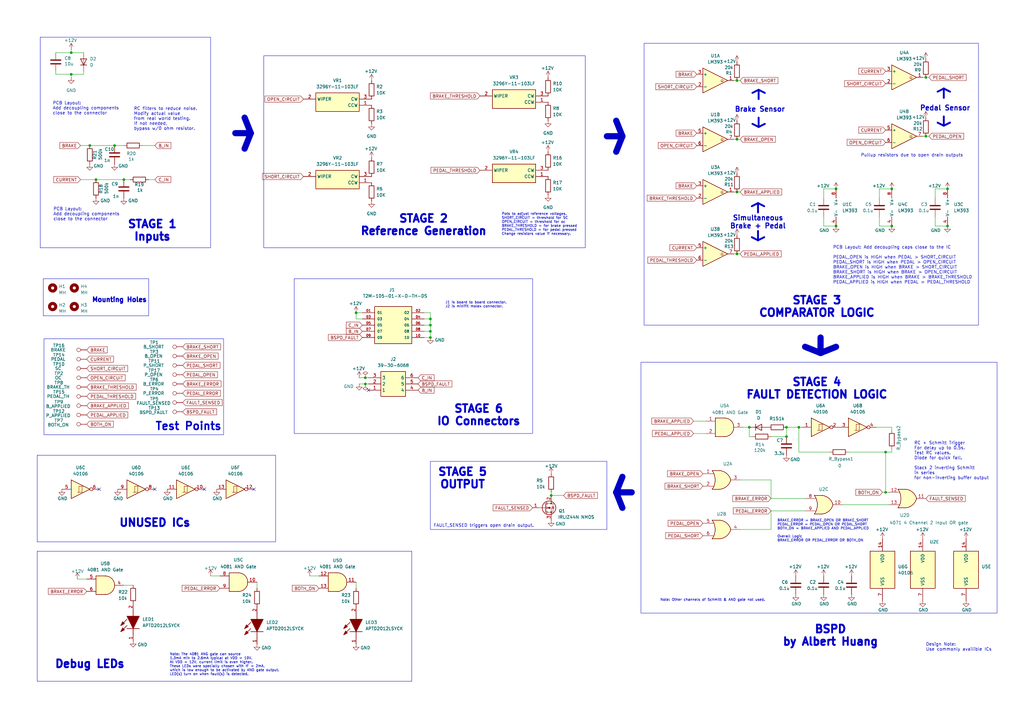
<source format=kicad_sch>
(kicad_sch (version 20250114) (generator "eeschema") (generator_version "9.0")
  (paper "A3")
  (rectangle (start 17.78 114.3) (end 60.96 129.54))
  (rectangle (start 176.53 189.23) (end 248.92 217.17))
  (rectangle (start 16.51 15.24) (end 86.36 101.6))
  (rectangle (start 264.16 17.78) (end 401.32 133.35))
  (rectangle (start 108.204 22.86) (end 240.03 101.6))
  (rectangle (start 262.89 148.59) (end 408.94 251.46))
  (rectangle (start 15.24 186.69) (end 113.03 222.25))
  (rectangle (start 18.034 138.938) (end 91.694 178.308))
  (rectangle (start 120.65 114.3) (end 218.44 177.8))
  (rectangle (start 15.24 226.06) (end 168.91 279.4))
  (text "STAGE 2\nReference Generation" (at 173.736 96.774 0) (effects (font (size 3.175 3.175) (thickness 0.762) (bold yes)) (justify bottom)))
  (text "STAGE 3\nCOMPARATOR LOGIC" (at 335.026 130.302 0) (effects (font (size 3.175 3.175) (thickness 0.762) (bold yes)) (justify bottom)))
  (text "Mounting Holes" (at 37.592 124.206 0) (effects (font (size 1.905 1.905) (thickness 0.635) (bold yes)) (justify left bottom)))
  (text "J1 is board to board connector.\nJ2 is minifit molex connector." (at 182.626 124.968 0) (effects (font (size 1.016 1.016)) (justify left)))
  (text "RC filters to reduce noise.\nModify actual value \nfrom real world testing.\nIf not needed, \nbypass w/0 ohm resistor." (at 54.864 48.768 0) (effects (font (size 1.27 1.27)) (justify left)))
  (text "PCB Layout: \nAdd decoupling components\nclose to the connector" (at 21.59 44.45 0) (effects (font (size 1.27 1.27)) (justify left)))
  (text "STAGE 6\nIO Connectors" (at 196.342 174.752 0) (effects (font (size 3.175 3.175) (thickness 0.762) (bold yes)) (justify bottom)))
  (text "Note: Other channels of Schmitt & AND gate not used." (at 270.764 246.126 0) (effects (font (size 1.016 1.016)) (justify left)))
  (text "Pedal Sensor" (at 377.19 44.45 0) (effects (font (size 2.032 2.032) (thickness 0.4064) (bold yes)) (justify left)))
  (text "STAGE 1\nInputs" (at 62.484 99.06 0) (effects (font (size 3.175 3.175) (thickness 0.762) (bold yes)) (justify bottom)))
  (text "UNUSED ICs" (at 63.5 216.408 0) (effects (font (size 3.175 3.175) (thickness 0.762) (bold yes)) (justify bottom)))
  (text "BRAKE_ERROR = BRAKE_OPEN OR BRAKE_SHORT\nPEDAL_ERROR = PEDAL_OPEN OR PEDAL_SHORT\nBOTH_ON = BRAKE_APPLIED AND PEDAL_APPLIED\n\nOverall Logic\nBRAKE_ERROR OR PEDAL_ERROR OR BOTH_ON" (at 318.77 217.678 0) (effects (font (size 1.016 1.016)) (justify left)))
  (text "Pots to adjust reference voltages.\nSHORT_CIRCUIT = threshold for SC\nOPEN_CIRCUIT = threshold for oc\nBRAKE_THRESHOLD = for brake pressed\nPEDAL_THRESHOLD = for pedal pressed\nChange resistors value if necessary." (at 205.74 91.948 0) (effects (font (size 1.016 1.016)) (justify left)))
  (text "Note: The 4081 ANG gate can source \n1.3mA min to 2.6mA typical at VDD = 10V.\nAt VDD = 12V, current limit is even higher.\nThese LEDs were specially chosen with IF = 2mA,\nwhich is low enough to be activated by AND gate output.\nLED(s) turn on when fault(s) is detected." (at 69.596 272.542 0) (effects (font (size 1.016 1.016)) (justify left)))
  (text "Debug LEDs" (at 36.83 274.32 0) (effects (font (size 3.175 3.175) (thickness 0.762) (bold yes)) (justify bottom)))
  (text "RC + Schmitt Trigger\nFor delay up to 0.5s.\nTest RC values.\nDiode for quick fall.\n\nStack 2 inverting Schmitt \nin series \nfor non-inverting buffer output" (at 374.904 188.976 0) (effects (font (size 1.27 1.27)) (justify left)))
  (text "Test Points" (at 63.5 176.784 0) (effects (font (size 3.175 3.175) (thickness 0.635) (bold yes)) (justify left bottom)))
  (text "STAGE 4\nFAULT DETECTION LOGIC" (at 335.026 163.83 0) (effects (font (size 3.175 3.175) (thickness 0.762) (bold yes)) (justify bottom)))
  (text "STAGE 5\nOUTPUT" (at 189.738 200.66 0) (effects (font (size 3.175 3.175) (thickness 0.762) (bold yes)) (justify bottom)))
  (text "PCB Layout: Add decoupling caps close to the IC\n\nPEDAL_OPEN is HIGH when PEDAL > SHORT_CIRCUIT\nPEDAL_SHORT is HIGH when PEDAL > OPEN_CIRCUIT\nBRAKE_OPEN is HIGH when BRAKE > SHORT_CIRCUIT\nBRAKE_SHORT is HIGH when BRAKE > OPEN_CIRCUIT\nBRAKE_APPLIED is HIGH when BRAKE > BRAKE_THRESHOLD\nPEDAL_APPLIED is HIGH when PEDAL > PEDAL_THRESHOLD" (at 341.63 108.712 0) (effects (font (size 1.27 1.27)) (justify left)))
  (text "Pullup resistors due to open drain outputs" (at 353.06 63.754 0) (effects (font (size 1.27 1.27)) (justify left)))
  (text "Design Note:\nUse commonly availible ICs" (at 379.73 265.43 0) (effects (font (size 1.27 1.27)) (justify left)))
  (text "FAULT_SENSED triggers open drain output." (at 177.8 215.646 0) (effects (font (size 1.27 1.27)) (justify left)))
  (text "Brake Sensor" (at 301.244 44.958 0) (effects (font (size 2.032 2.032) (thickness 0.4064) (bold yes)) (justify left)))
  (text "BSPD\nby Albert Huang" (at 340.614 265.176 0) (effects (font (size 3.175 3.175) (thickness 0.762) (bold yes)) (justify bottom)))
  (text "Simultaneous\nBrake + Pedal" (at 310.896 91.186 0) (effects (font (size 2.032 2.032) (thickness 0.4064) (bold yes))))
  (text "PCB Layout: \nAdd decoupling components\nclose to the connector" (at 21.844 87.884 0) (effects (font (size 1.27 1.27)) (justify left)))
  (junction (at 176.53 135.89))
  (junction (at 307.34 175.26))
  (junction (at 146.05 128.27))
  (junction (at 302.26 57.15))
  (junction (at 363.22 185.42))
  (junction (at 302.26 78.74))
  (junction (at 50.8 73.66))
  (junction (at 36.83 59.69))
  (junction (at 302.26 33.02))
  (junction (at 363.22 201.93))
  (junction (at 176.53 130.81))
  (junction (at 365.76 92.71))
  (junction (at 149.86 157.48))
  (junction (at 342.9 77.47))
  (junction (at 29.21 21.59))
  (junction (at 342.9 92.71))
  (junction (at 322.58 175.26))
  (junction (at 226.06 203.2))
  (junction (at 302.26 104.14))
  (junction (at 322.58 179.07))
  (junction (at 176.53 138.43))
  (junction (at 379.73 55.88))
  (junction (at 176.53 133.35))
  (junction (at 388.62 92.71))
  (junction (at 365.76 77.47))
  (junction (at 29.21 30.48))
  (junction (at 379.73 31.75))
  (junction (at 327.66 175.26))
  (junction (at 149.86 154.94))
  (junction (at 46.99 59.69))
  (junction (at 39.37 73.66))
  (junction (at 388.62 77.47))
  (no_connect (at 104.14 200.66))
  (no_connect (at 63.5 200.66))
  (no_connect (at 83.82 200.66))
  (no_connect (at 151.13 160.02))
  (no_connect (at 40.64 200.66))
  (wire (pts (xy 173.99 135.89) (xy 176.53 135.89)))
  (wire (pts (xy 34.29 29.21) (xy 34.29 30.48)))
  (wire (pts (xy 322.58 179.07) (xy 316.23 179.07)))
  (polyline (pts (xy 311.15 36.83) (xy 308.61 38.1)) (stroke (width 0.762)))
  (wire (pts (xy 337.82 81.28) (xy 337.82 77.47)))
  (wire (pts (xy 303.53 33.02) (xy 302.26 33.02)))
  (polyline (pts (xy 311.15 48.26) (xy 311.15 52.07)) (stroke (width 0.762)))
  (wire (pts (xy 50.8 240.03) (xy 54.61 240.03)))
  (wire (pts (xy 60.96 73.66) (xy 63.5 73.66)))
  (wire (pts (xy 284.48 172.72) (xy 289.56 172.72)))
  (wire (pts (xy 39.37 73.66) (xy 50.8 73.66)))
  (polyline (pts (xy 310.896 83.312) (xy 308.356 84.582)) (stroke (width 0.762)))
  (wire (pts (xy 33.02 73.66) (xy 39.37 73.66)))
  (wire (pts (xy 149.86 154.94) (xy 151.13 154.94)))
  (wire (pts (xy 29.21 30.48) (xy 22.86 30.48)))
  (wire (pts (xy 322.58 175.26) (xy 322.58 179.07)))
  (wire (pts (xy 327.66 185.42) (xy 327.66 175.26)))
  (polyline (pts (xy 310.896 98.552) (xy 313.436 97.282)) (stroke (width 0.762)))
  (wire (pts (xy 365.76 184.15) (xy 365.76 185.42)))
  (wire (pts (xy 176.53 130.81) (xy 176.53 133.35)))
  (polyline (pts (xy 387.096 36.322) (xy 384.556 37.592)) (stroke (width 0.762)))
  (wire (pts (xy 361.95 201.93) (xy 363.22 201.93)))
  (wire (pts (xy 302.26 78.74) (xy 300.99 78.74)))
  (wire (pts (xy 176.53 128.27) (xy 176.53 130.81)))
  (wire (pts (xy 176.53 138.43) (xy 176.53 135.89)))
  (polyline (pts (xy 100.33 60.96) (xy 102.87 54.61)) (stroke (width 2.54)))
  (polyline (pts (xy 308.61 50.8) (xy 311.15 52.07)) (stroke (width 0.762)))
  (polyline (pts (xy 255.27 55.88) (xy 252.73 49.53)) (stroke (width 2.54)))
  (wire (pts (xy 383.54 77.47) (xy 388.62 77.47)))
  (wire (pts (xy 360.68 92.71) (xy 365.76 92.71)))
  (wire (pts (xy 146.05 128.27) (xy 148.59 128.27)))
  (wire (pts (xy 146.05 130.81) (xy 146.05 128.27)))
  (wire (pts (xy 29.21 30.48) (xy 34.29 30.48)))
  (polyline (pts (xy 387.096 51.562) (xy 389.636 50.292)) (stroke (width 0.762)))
  (wire (pts (xy 379.73 55.88) (xy 378.46 55.88)))
  (wire (pts (xy 337.82 88.9) (xy 337.82 92.71)))
  (wire (pts (xy 379.73 31.75) (xy 378.46 31.75)))
  (polyline (pts (xy 310.896 94.742) (xy 310.896 98.552)) (stroke (width 0.762)))
  (wire (pts (xy 316.23 217.17) (xy 303.53 217.17)))
  (wire (pts (xy 360.68 88.9) (xy 360.68 92.71)))
  (polyline (pts (xy 308.356 97.282) (xy 310.896 98.552)) (stroke (width 0.762)))
  (polyline (pts (xy 252.73 62.23) (xy 255.27 55.88)) (stroke (width 2.54)))
  (wire (pts (xy 149.86 157.48) (xy 151.13 157.48)))
  (wire (pts (xy 360.68 77.47) (xy 365.76 77.47)))
  (polyline (pts (xy 259.08 201.93) (xy 252.73 201.93)) (stroke (width 2.54)))
  (wire (pts (xy 176.53 133.35) (xy 176.53 135.89)))
  (polyline (pts (xy 311.15 52.07) (xy 313.69 50.8)) (stroke (width 0.762)))
  (wire (pts (xy 327.66 175.26) (xy 322.58 175.26)))
  (polyline (pts (xy 313.436 84.582) (xy 310.896 83.312)) (stroke (width 0.762)))
  (wire (pts (xy 303.53 78.74) (xy 302.26 78.74)))
  (polyline (pts (xy 330.2 142.24) (xy 336.55 144.78)) (stroke (width 2.54)))
  (wire (pts (xy 381 55.88) (xy 379.73 55.88)))
  (wire (pts (xy 316.23 209.55) (xy 330.2 209.55)))
  (polyline (pts (xy 255.27 208.28) (xy 252.73 201.93)) (stroke (width 2.54)))
  (wire (pts (xy 127 236.22) (xy 130.81 236.22)))
  (wire (pts (xy 316.23 204.47) (xy 330.2 204.47)))
  (polyline (pts (xy 387.096 47.752) (xy 387.096 51.562)) (stroke (width 0.762)))
  (wire (pts (xy 302.26 104.14) (xy 300.99 104.14)))
  (polyline (pts (xy 384.556 50.292) (xy 387.096 51.562)) (stroke (width 0.762)))
  (wire (pts (xy 29.21 21.59) (xy 22.86 21.59)))
  (wire (pts (xy 303.53 104.14) (xy 302.26 104.14)))
  (polyline (pts (xy 252.73 201.93) (xy 255.27 195.58)) (stroke (width 2.54)))
  (wire (pts (xy 359.41 175.26) (xy 365.76 175.26)))
  (wire (pts (xy 381 31.75) (xy 379.73 31.75)))
  (wire (pts (xy 307.34 175.26) (xy 307.34 179.07)))
  (wire (pts (xy 226.06 201.93) (xy 226.06 203.2)))
  (wire (pts (xy 347.98 185.42) (xy 363.22 185.42)))
  (polyline (pts (xy 96.52 54.61) (xy 102.87 54.61)) (stroke (width 2.54)))
  (wire (pts (xy 302.26 57.15) (xy 303.53 57.15)))
  (wire (pts (xy 33.02 59.69) (xy 36.83 59.69)))
  (polyline (pts (xy 248.92 55.88) (xy 255.27 55.88)) (stroke (width 2.54)))
  (wire (pts (xy 316.23 196.85) (xy 303.53 196.85)))
  (wire (pts (xy 337.82 77.47) (xy 342.9 77.47)))
  (wire (pts (xy 383.54 81.28) (xy 383.54 77.47)))
  (polyline (pts (xy 102.87 54.61) (xy 100.33 48.26)) (stroke (width 2.54)))
  (wire (pts (xy 316.23 196.85) (xy 316.23 204.47)))
  (wire (pts (xy 29.21 21.59) (xy 34.29 21.59)))
  (polyline (pts (xy 387.096 40.132) (xy 387.096 36.322)) (stroke (width 0.762)))
  (wire (pts (xy 345.44 207.01) (xy 364.49 207.01)))
  (wire (pts (xy 316.23 209.55) (xy 316.23 217.17)))
  (wire (pts (xy 360.68 81.28) (xy 360.68 77.47)))
  (wire (pts (xy 29.21 20.32) (xy 29.21 21.59)))
  (wire (pts (xy 147.32 154.94) (xy 149.86 154.94)))
  (wire (pts (xy 307.34 179.07) (xy 308.61 179.07)))
  (polyline (pts (xy 313.69 38.1) (xy 311.15 36.83)) (stroke (width 0.762)))
  (polyline (pts (xy 336.55 144.78) (xy 342.9 142.24)) (stroke (width 2.54)))
  (wire (pts (xy 86.36 236.22) (xy 90.17 236.22)))
  (wire (pts (xy 36.83 59.69) (xy 46.99 59.69)))
  (wire (pts (xy 173.99 138.43) (xy 176.53 138.43)))
  (wire (pts (xy 337.82 92.71) (xy 342.9 92.71)))
  (polyline (pts (xy 336.55 138.43) (xy 336.55 144.78)) (stroke (width 2.54)))
  (wire (pts (xy 304.8 175.26) (xy 307.34 175.26)))
  (polyline (pts (xy 311.15 40.64) (xy 311.15 36.83)) (stroke (width 0.762)))
  (wire (pts (xy 46.99 59.69) (xy 50.8 59.69)))
  (wire (pts (xy 148.59 130.81) (xy 146.05 130.81)))
  (wire (pts (xy 383.54 92.71) (xy 388.62 92.71)))
  (polyline (pts (xy 310.896 87.122) (xy 310.896 83.312)) (stroke (width 0.762)))
  (wire (pts (xy 173.99 133.35) (xy 176.53 133.35)))
  (wire (pts (xy 173.99 128.27) (xy 176.53 128.27)))
  (wire (pts (xy 226.06 203.2) (xy 231.14 203.2)))
  (wire (pts (xy 340.36 185.42) (xy 327.66 185.42)))
  (wire (pts (xy 284.48 177.8) (xy 289.56 177.8)))
  (polyline (pts (xy 389.636 37.592) (xy 387.096 36.322)) (stroke (width 0.762)))
  (wire (pts (xy 22.86 30.48) (xy 22.86 29.21)))
  (wire (pts (xy 147.32 157.48) (xy 149.86 157.48)))
  (wire (pts (xy 363.22 185.42) (xy 363.22 201.93)))
  (wire (pts (xy 173.99 130.81) (xy 176.53 130.81)))
  (wire (pts (xy 363.22 185.42) (xy 365.76 185.42)))
  (wire (pts (xy 363.22 201.93) (xy 364.49 201.93)))
  (wire (pts (xy 146.05 238.76) (xy 146.05 241.3)))
  (wire (pts (xy 50.8 73.66) (xy 53.34 73.66)))
  (wire (pts (xy 300.99 57.15) (xy 302.26 57.15)))
  (wire (pts (xy 105.41 238.76) (xy 105.41 241.3)))
  (wire (pts (xy 29.21 31.75) (xy 29.21 30.48)))
  (wire (pts (xy 58.42 59.69) (xy 63.5 59.69)))
  (wire (pts (xy 302.26 33.02) (xy 300.99 33.02)))
  (wire (pts (xy 365.76 175.26) (xy 365.76 176.53)))
  (wire (pts (xy 383.54 88.9) (xy 383.54 92.71)))
  (wire (pts (xy 328.93 175.26) (xy 327.66 175.26)))
  (wire (pts (xy 31.75 237.49) (xy 35.56 237.49)))
  (global_label "OPEN_CIRCUIT" (shape input) (at 363.22 58.42 180) (property "Intersheetrefs" "${INTERSHEET_REFS}" (effects (hide yes))))
  (global_label "BRAKE_OPEN" (shape input) (at 74.93 146.05 0) (property "Intersheetrefs" "${INTERSHEET_REFS}" (effects (hide yes))))
  (global_label "FAULT_SENSED" (shape input) (at 379.73 204.47 0) (property "Intersheetrefs" "${INTERSHEET_REFS}" (effects (hide yes))))
  (global_label "BRAKE_APPLIED" (shape input) (at 303.53 78.74 0) (property "Intersheetrefs" "${INTERSHEET_REFS}" (effects (hide yes))))
  (global_label "BRAKE" (shape input) (at 285.75 76.2 180) (property "Intersheetrefs" "${INTERSHEET_REFS}" (effects (hide yes))))
  (global_label "BOTH_ON" (shape input) (at 35.56 173.99 0) (property "Intersheetrefs" "${INTERSHEET_REFS}" (effects (hide yes))))
  (global_label "B_IN" (shape input) (at 148.59 135.89 180) (property "Intersheetrefs" "${INTERSHEET_REFS}" (effects (hide yes))))
  (global_label "C_IN" (shape input) (at 171.45 154.94 0) (property "Intersheetrefs" "${INTERSHEET_REFS}" (effects (hide yes))))
  (global_label "CURRENT" (shape input) (at 33.02 73.66 180) (property "Intersheetrefs" "${INTERSHEET_REFS}" (effects (hide yes))))
  (global_label "CURRENT" (shape input) (at 285.75 101.6 180) (property "Intersheetrefs" "${INTERSHEET_REFS}" (effects (hide yes))))
  (global_label "C_IN" (shape input) (at 148.59 133.35 180) (property "Intersheetrefs" "${INTERSHEET_REFS}" (effects (hide yes))))
  (global_label "BRAKE" (shape input) (at 33.02 59.69 180) (property "Intersheetrefs" "${INTERSHEET_REFS}" (effects (hide yes))))
  (global_label "BRAKE_ERROR" (shape input) (at 35.56 242.57 180) (property "Intersheetrefs" "${INTERSHEET_REFS}" (effects (hide yes))))
  (global_label "PEDAL_THRESHOLD" (shape input) (at 35.56 162.56 0) (property "Intersheetrefs" "${INTERSHEET_REFS}" (effects (hide yes))))
  (global_label "BRAKE_THRESHOLD" (shape input) (at 285.75 81.28 180) (property "Intersheetrefs" "${INTERSHEET_REFS}" (effects (hide yes))))
  (global_label "SHORT_CIRCUIT" (shape input) (at 285.75 35.56 180) (property "Intersheetrefs" "${INTERSHEET_REFS}" (effects (hide yes))))
  (global_label "PEDAL_THRESHOLD" (shape input) (at 196.85 69.85 180) (property "Intersheetrefs" "${INTERSHEET_REFS}" (effects (hide yes))))
  (global_label "BRAKE" (shape input) (at 285.75 30.48 180) (property "Intersheetrefs" "${INTERSHEET_REFS}" (effects (hide yes))))
  (global_label "B_IN" (shape input) (at 171.45 160.02 0) (property "Intersheetrefs" "${INTERSHEET_REFS}" (effects (hide yes))))
  (global_label "BRAKE_ERROR" (shape input) (at 316.23 204.47 180) (property "Intersheetrefs" "${INTERSHEET_REFS}" (effects (hide yes))))
  (global_label "PEDAL_APPLIED" (shape input) (at 284.48 177.8 180) (property "Intersheetrefs" "${INTERSHEET_REFS}" (effects (hide yes))))
  (global_label "BSPD_FAULT" (shape input) (at 74.93 168.91 0) (property "Intersheetrefs" "${INTERSHEET_REFS}" (effects (hide yes))))
  (global_label "CURRENT" (shape input) (at 363.22 29.21 180) (property "Intersheetrefs" "${INTERSHEET_REFS}" (effects (hide yes))))
  (global_label "CURRENT" (shape input) (at 35.56 147.32 0) (property "Intersheetrefs" "${INTERSHEET_REFS}" (effects (hide yes))))
  (global_label "FAULT_SENSED" (shape input) (at 218.44 208.28 180) (property "Intersheetrefs" "${INTERSHEET_REFS}" (effects (hide yes))))
  (global_label "PEDAL_SHORT" (shape input) (at 288.29 219.71 180) (property "Intersheetrefs" "${INTERSHEET_REFS}" (effects (hide yes))))
  (global_label "B_IN" (shape input) (at 63.5 59.69 0) (property "Intersheetrefs" "${INTERSHEET_REFS}" (effects (hide yes))))
  (global_label "PEDAL_ERROR" (shape input) (at 90.17 241.3 180) (property "Intersheetrefs" "${INTERSHEET_REFS}" (effects (hide yes))))
  (global_label "SHORT_CIRCUIT" (shape input) (at 35.56 151.13 0) (property "Intersheetrefs" "${INTERSHEET_REFS}" (effects (hide yes))))
  (global_label "C_IN" (shape input) (at 63.5 73.66 0) (property "Intersheetrefs" "${INTERSHEET_REFS}" (effects (hide yes))))
  (global_label "OPEN_CIRCUIT" (shape input) (at 124.46 40.64 180) (property "Intersheetrefs" "${INTERSHEET_REFS}" (effects (hide yes))))
  (global_label "BRAKE_OPEN" (shape input) (at 303.53 57.15 0) (property "Intersheetrefs" "${INTERSHEET_REFS}" (effects (hide yes))))
  (global_label "BRAKE_SHORT" (shape input) (at 288.29 199.39 180) (property "Intersheetrefs" "${INTERSHEET_REFS}" (effects (hide yes))))
  (global_label "BRAKE_SHORT" (shape input) (at 303.53 33.02 0) (property "Intersheetrefs" "${INTERSHEET_REFS}" (effects (hide yes))))
  (global_label "BRAKE_APPLIED" (shape input) (at 284.48 172.72 180) (property "Intersheetrefs" "${INTERSHEET_REFS}" (effects (hide yes))))
  (global_label "OPEN_CIRCUIT" (shape input) (at 35.56 154.94 0) (property "Intersheetrefs" "${INTERSHEET_REFS}" (effects (hide yes))))
  (global_label "CURRENT" (shape input) (at 363.22 53.34 180) (property "Intersheetrefs" "${INTERSHEET_REFS}" (effects (hide yes))))
  (global_label "BSPD_FAULT" (shape input) (at 148.59 138.43 180) (property "Intersheetrefs" "${INTERSHEET_REFS}" (effects (hide yes))))
  (global_label "OPEN_CIRCUIT" (shape input) (at 285.75 59.69 180) (property "Intersheetrefs" "${INTERSHEET_REFS}" (effects (hide yes))))
  (global_label "PEDAL_OPEN" (shape input) (at 74.93 153.67 0) (property "Intersheetrefs" "${INTERSHEET_REFS}" (effects (hide yes))))
  (global_label "BRAKE_SHORT" (shape input) (at 74.93 142.24 0) (property "Intersheetrefs" "${INTERSHEET_REFS}" (effects (hide yes))))
  (global_label "BRAKE" (shape input) (at 35.56 143.51 0) (property "Intersheetrefs" "${INTERSHEET_REFS}" (effects (hide yes))))
  (global_label "PEDAL_ERROR" (shape input) (at 316.23 209.55 180) (property "Intersheetrefs" "${INTERSHEET_REFS}" (effects (hide yes))))
  (global_label "BRAKE_OPEN" (shape input) (at 288.29 194.31 180) (property "Intersheetrefs" "${INTERSHEET_REFS}" (effects (hide yes))))
  (global_label "BSPD_FAULT" (shape input) (at 231.14 203.2 0) (property "Intersheetrefs" "${INTERSHEET_REFS}" (effects (hide yes))))
  (global_label "PEDAL_APPLIED" (shape input) (at 303.53 104.14 0) (property "Intersheetrefs" "${INTERSHEET_REFS}" (effects (hide yes))))
  (global_label "PEDAL_SHORT" (shape input) (at 381 31.75 0) (property "Intersheetrefs" "${INTERSHEET_REFS}" (effects (hide yes))))
  (global_label "BRAKE_THRESHOLD" (shape input) (at 35.56 158.75 0) (property "Intersheetrefs" "${INTERSHEET_REFS}" (effects (hide yes))))
  (global_label "BRAKE_ERROR" (shape input) (at 74.93 157.48 0) (property "Intersheetrefs" "${INTERSHEET_REFS}" (effects (hide yes))))
  (global_label "PEDAL_APPLIED" (shape input) (at 35.56 170.18 0) (property "Intersheetrefs" "${INTERSHEET_REFS}" (effects (hide yes))))
  (global_label "PEDAL_OPEN" (shape input) (at 381 55.88 0) (property "Intersheetrefs" "${INTERSHEET_REFS}" (effects (hide yes))))
  (global_label "FAULT_SENSED" (shape input) (at 74.93 165.1 0) (property "Intersheetrefs" "${INTERSHEET_REFS}" (effects (hide yes))))
  (global_label "BRAKE_APPLIED" (shape input) (at 35.56 166.37 0) (property "Intersheetrefs" "${INTERSHEET_REFS}" (effects (hide yes))))
  (global_label "PEDAL_ERROR" (shape input) (at 74.93 161.29 0) (property "Intersheetrefs" "${INTERSHEET_REFS}" (effects (hide yes))))
  (global_label "PEDAL_OPEN" (shape input) (at 288.29 214.63 180) (property "Intersheetrefs" "${INTERSHEET_REFS}" (effects (hide yes))))
  (global_label "BOTH_ON" (shape input) (at 130.81 241.3 180) (property "Intersheetrefs" "${INTERSHEET_REFS}" (effects (hide yes))))
  (global_label "BRAKE_THRESHOLD" (shape input) (at 196.85 39.37 180) (property "Intersheetrefs" "${INTERSHEET_REFS}" (effects (hide yes))))
  (global_label "BOTH_ON" (shape input) (at 361.95 201.93 180) (property "Intersheetrefs" "${INTERSHEET_REFS}" (effects (hide yes))))
  (global_label "BSPD_FAULT" (shape input) (at 171.45 157.48 0) (property "Intersheetrefs" "${INTERSHEET_REFS}" (effects (hide yes))))
  (global_label "PEDAL_THRESHOLD" (shape input) (at 285.75 106.68 180) (property "Intersheetrefs" "${INTERSHEET_REFS}" (effects (hide yes))))
  (global_label "SHORT_CIRCUIT" (shape input) (at 124.46 72.39 180) (property "Intersheetrefs" "${INTERSHEET_REFS}" (effects (hide yes))))
  (global_label "SHORT_CIRCUIT" (shape input) (at 363.22 34.29 180) (property "Intersheetrefs" "${INTERSHEET_REFS}" (effects (hide yes))))
  (global_label "PEDAL_SHORT" (shape input) (at 74.93 149.86 0) (property "Intersheetrefs" "${INTERSHEET_REFS}" (effects (hide yes))))
  (global_label "BRAKE" (shape input) (at 285.75 54.61 180) (property "Intersheetrefs" "${INTERSHEET_REFS}" (effects (hide yes))))
  (symbol (lib_id "Device:R") (at 302.26 53.34 180) (unit 1)
    (property "Reference" "R4" (at 298.958 54.102 0))
    (property "Value" "20k" (at 298.958 51.816 0))
    (property "Footprint" "Resistor_SMD:R_0603_1608Metric" (effects (hide yes)))
  )
  (symbol (lib_id "4xxx:4071") (at 295.91 196.85 0) (unit 1)
    (property "Reference" "U2" (at 298.45 190.246 0))
    (property "Value" "4071 4 Channel 2 Input OR gate" (effects (hide yes)))
    (property "Footprint" "Package_DIP:DIP-14_W7.62mm_Socket" (effects (hide yes)))
    (property "Datasheet" "http://www.intersil.com/content/dam/Intersil/documents/cd40/cd4071bms-72bms-75bms.pdf" (effects (hide yes)))
    (property "Description" "Quad Or 2 inputs" (effects (hide yes)))
  )
  (symbol (lib_id "power:GND") (at 322.58 186.69 0) (unit 1)
    (property "Reference" "#PWR034" (effects (hide yes)))
    (property "Value" "GND" (at 326.136 188.468 0))
  )
  (symbol (lib_id "Device:R") (at 365.76 180.34 180) (unit 1)
    (property "Reference" "R_Bypass2" (at 368.554 179.578 90))
    (property "Value" "0" (at 371.348 180.086 90))
    (property "Footprint" "Resistor_SMD:R_0603_1608Metric" (effects (hide yes)))
  )
  (symbol (lib_id "Device:R") (at 302.26 74.93 180) (unit 1)
    (property "Reference" "R11" (at 298.958 75.692 0))
    (property "Value" "20k" (at 298.958 73.406 0))
    (property "Footprint" "Resistor_SMD:R_0603_1608Metric" (effects (hide yes)))
  )
  (symbol (lib_id "Device:R") (at 318.77 175.26 90) (unit 1)
    (property "Reference" "R15" (at 317.5 171.704 90))
    (property "Value" "1k" (at 320.548 171.704 90))
    (property "Footprint" "Resistor_SMD:R_0603_1608Metric" (effects (hide yes)))
  )
  (symbol (lib_id "Connector:TestPoint") (at 74.93 146.05 90) (unit 1)
    (property "Reference" "TP3" (at 63.246 144.272 90))
    (property "Value" "B_OPEN" (at 62.992 146.05 90))
    (property "Footprint" "TestPoint:TestPoint_Pad_D2.5mm" (effects (hide yes)))
    (property "Description" "test point" (effects (hide yes)))
  )
  (symbol (lib_id "power:+12V") (at 379.73 24.13 0) (mirror y) (unit 1)
    (property "Reference" "#PWR049" (effects (hide yes)))
    (property "Value" "+12V" (at 376.682 23.876 0))
  )
  (symbol (lib_id "power:GND") (at 54.61 262.89 0) (unit 1)
    (property "Reference" "#PWR010" (effects (hide yes)))
    (property "Value" "GND" (at 58.42 264.414 0))
  )
  (symbol (lib_id "Device:R") (at 152.4 68.58 0) (unit 1)
    (property "Reference" "R7" (at 154.305 67.3099 0) (effects (justify left)))
    (property "Value" "10K" (at 154.305 69.8499 0) (effects (justify left)))
    (property "Footprint" "Resistor_SMD:R_0603_1608Metric" (effects (hide yes)))
  )
  (symbol (lib_id "Device:R") (at 224.79 66.04 0) (unit 1)
    (property "Reference" "R16" (at 226.695 64.7699 0) (effects (justify left)))
    (property "Value" "10K" (at 226.695 67.3099 0) (effects (justify left)))
    (property "Footprint" "Resistor_SMD:R_0603_1608Metric" (effects (hide yes)))
  )
  (symbol (lib_id "Connector:TestPoint") (at 35.56 143.51 90) (unit 1)
    (property "Reference" "TP16" (at 24.13 141.732 90))
    (property "Value" "BRAKE" (at 23.876 143.51 90))
    (property "Footprint" "TestPoint:TestPoint_Pad_D2.5mm" (effects (hide yes)))
    (property "Description" "test point" (effects (hide yes)))
  )
  (symbol (lib_id "Connector:TestPoint") (at 74.93 153.67 90) (unit 1)
    (property "Reference" "TP17" (at 63.246 151.892 90))
    (property "Value" "P_OPEN" (at 62.992 153.67 90))
    (property "Footprint" "TestPoint:TestPoint_Pad_D2.5mm" (effects (hide yes)))
    (property "Description" "test point" (effects (hide yes)))
  )
  (symbol (lib_id "power:+12V") (at 365.76 77.47 0) (mirror y) (unit 1)
    (property "Reference" "#PWR045" (effects (hide yes)))
    (property "Value" "+12V" (at 360.426 76.2 0))
  )
  (symbol (lib_id "Connector:TestPoint") (at 74.93 157.48 90) (unit 1)
    (property "Reference" "TP6" (at 63.246 155.702 90))
    (property "Value" "B_ERROR" (at 62.992 157.48 90))
    (property "Footprint" "TestPoint:TestPoint_Pad_D2.5mm" (effects (hide yes)))
    (property "Description" "test point" (effects (hide yes)))
  )
  (symbol (lib_id "4xxx:4081") (at 297.18 175.26 0) (unit 1)
    (property "Reference" "U5" (at 297.1717 166.37 0))
    (property "Value" "4081 AND Gate" (at 299.466 169.164 0))
    (property "Footprint" "Package_DIP:DIP-14_W7.62mm_Socket" (effects (hide yes)))
    (property "Datasheet" "http://www.intersil.com/content/dam/Intersil/documents/cd40/cd4073bms-81bms-82bms.pdf" (effects (hide yes)))
    (property "Description" "Quad And 2 inputs" (effects (hide yes)))
  )
  (symbol (lib_id "Comparator:LM393") (at 293.37 33.02 0) (unit 1)
    (property "Reference" "U1" (at 293.37 22.86 0))
    (property "Value" "LM393" (at 293.37 25.4 0))
    (property "Footprint" "Package_DIP:DIP-8_W7.62mm_Socket" (effects (hide yes)))
    (property "Datasheet" "http://www.ti.com/lit/ds/symlink/lm393.pdf" (effects (hide yes)))
    (property "Description" "Low-Power, Low-Offset Voltage, Dual Comparators, DIP-8/SOIC-8/TO-99-8" (effects (hide yes)))
  )
  (symbol (lib_id "power:+12V") (at 152.4 64.77 0) (mirror y) (unit 1)
    (property "Reference" "#PWR021" (effects (hide yes)))
    (property "Value" "+12V" (at 152.146 60.96 0))
  )
  (symbol (lib_id "3296Y-11-103LF:3296Y-11-103LF") (at 124.46 40.64 0) (unit 1)
    (property "Reference" "VR1" (at 138.43 33.02 0))
    (property "Value" "3296Y-11-103LF" (at 138.43 35.56 0))
    (property "Footprint" "Potentiometer_THT:Potentiometer_Bourns_3296Y_Vertical" (effects (hide yes)))
    (property "Datasheet" "https://www.bourns.com/pdfs/3296.pdf" (effects (hide yes)))
    (property "Description" "Trimmer Resistors - Through Hole 3/8\" SQ CERMET 10K SEALED TRIM POT" (effects (hide yes)))
    (property "Height" "11.8" (effects (hide yes)))
    (property "Mouser Part Number" "652-3296Y-11-103LF" (effects (hide yes)))
    (property "Mouser Price/Stock" "https://www.mouser.co.uk/ProductDetail/Bourns/3296Y-11-103LF?qs=%2FALxmKEvhOJ7jN9kookT6w%3D%3D" (effects (hide yes)))
    (property "Manufacturer_Name" "Bourns" (effects (hide yes)))
    (property "Manufacturer_Part_Number" "3296Y-11-103LF" (effects (hide yes)))
  )
  (symbol (lib_id "Device:D") (at 311.15 175.26 0) (unit 1)
    (property "Reference" "D1" (at 311.15 168.91 0))
    (property "Value" "D" (at 311.15 171.45 0))
    (property "Footprint" "Diode_SMD:D_0603_1608Metric" (effects (hide yes)))
    (property "Description" "Diode" (effects (hide yes)))
    (property "Sim.Device" "D" (effects (hide yes)))
    (property "Sim.Pins" "1=K 2=A" (effects (hide yes)))
  )
  (symbol (lib_id "power:+12V") (at 127 236.22 0) (unit 1)
    (property "Reference" "#PWR09" (effects (hide yes)))
    (property "Value" "+12V" (at 127 233.045 0))
  )
  (symbol (lib_id "Mechanical:MountingHole") (at 21.59 125.73 0) (unit 1)
    (property "Reference" "H2" (at 24.13 125.095 0) (effects (justify left)))
    (property "Value" "MH" (at 24.13 127.635 0) (effects (justify left)))
    (property "Footprint" "MountingHole:MountingHole_3mm" (effects (hide yes)))
  )
  (symbol (lib_id "Device:D") (at 34.29 25.4 90) (unit 1)
    (property "Reference" "D2" (at 36.83 24.1299 90) (effects (justify right)))
    (property "Value" "D" (at 36.83 26.6699 90) (effects (justify right)))
    (property "Footprint" "Diode_SMD:D_0603_1608Metric" (effects (hide yes)))
    (property "Description" "Diode" (effects (hide yes)))
    (property "Sim.Device" "D" (effects (hide yes)))
    (property "Sim.Pins" "1=K 2=A" (effects (hide yes)))
  )
  (symbol (lib_id "power:GND") (at 224.79 80.01 0) (unit 1)
    (property "Reference" "#PWR026" (effects (hide yes)))
    (property "Value" "GND" (at 224.79 85.09 0))
  )
  (symbol (lib_id "power:GND") (at 361.95 246.38 0) (unit 1)
    (property "Reference" "#PWR044" (effects (hide yes)))
    (property "Value" "GND" (at 362.204 250.19 0))
  )
  (symbol (lib_id "power:GND") (at 36.83 67.31 0) (mirror y) (unit 1)
    (property "Reference" "#PWR057" (effects (hide yes)))
    (property "Value" "GND" (at 40.386 68.072 0))
  )
  (symbol (lib_id "power:GND") (at 388.62 92.71 0) (mirror y) (unit 1)
    (property "Reference" "#PWR052" (effects (hide yes)))
    (property "Value" "GND" (at 383.794 94.488 0))
  )
  (symbol (lib_id "power:GND") (at 224.79 49.53 0) (unit 1)
    (property "Reference" "#PWR024" (effects (hide yes)))
    (property "Value" "GND" (at 224.79 54.61 0))
  )
  (symbol (lib_id "power:+12V") (at 302.26 25.4 0) (mirror y) (unit 1)
    (property "Reference" "#PWR030" (effects (hide yes)))
    (property "Value" "+12V" (at 299.212 25.146 0))
  )
  (symbol (lib_id "power:GND") (at 337.82 243.84 0) (unit 1)
    (property "Reference" "#PWR038" (effects (hide yes)))
    (property "Value" "GND" (at 338.074 247.65 0))
  )
  (symbol (lib_id "Device:R") (at 302.26 29.21 180) (unit 1)
    (property "Reference" "R1" (at 298.958 29.972 0))
    (property "Value" "20k" (at 298.958 27.686 0))
    (property "Footprint" "Resistor_SMD:R_0603_1608Metric" (effects (hide yes)))
  )
  (symbol (lib_id "power:GND") (at 88.9 200.66 0) (unit 1)
    (property "Reference" "#PWR018" (effects (hide yes)))
    (property "Value" "GND" (at 89.154 204.47 0))
  )
  (symbol (lib_id "3296Y-11-103LF:3296Y-11-103LF") (at 124.46 72.39 0) (unit 1)
    (property "Reference" "VR2" (at 138.43 64.77 0))
    (property "Value" "3296Y-11-103LF" (at 138.43 67.31 0))
    (property "Footprint" "Potentiometer_THT:Potentiometer_Bourns_3296Y_Vertical" (effects (hide yes)))
    (property "Datasheet" "https://www.bourns.com/pdfs/3296.pdf" (effects (hide yes)))
    (property "Description" "Trimmer Resistors - Through Hole 3/8\" SQ CERMET 10K SEALED TRIM POT" (effects (hide yes)))
    (property "Height" "11.8" (effects (hide yes)))
    (property "Mouser Part Number" "652-3296Y-11-103LF" (effects (hide yes)))
    (property "Mouser Price/Stock" "https://www.mouser.co.uk/ProductDetail/Bourns/3296Y-11-103LF?qs=%2FALxmKEvhOJ7jN9kookT6w%3D%3D" (effects (hide yes)))
    (property "Manufacturer_Name" "Bourns" (effects (hide yes)))
    (property "Manufacturer_Part_Number" "3296Y-11-103LF" (effects (hide yes)))
  )
  (symbol (lib_id "power:+12V") (at 224.79 31.75 0) (mirror y) (unit 1)
    (property "Reference" "#PWR023" (effects (hide yes)))
    (property "Value" "+12V" (at 224.536 27.94 0))
  )
  (symbol (lib_id "Comparator:LM393") (at 293.37 78.74 0) (unit 1)
    (property "Reference" "U3" (at 293.37 68.58 0))
    (property "Value" "LM393" (at 293.37 71.12 0))
    (property "Footprint" "Package_DIP:DIP-8_W7.62mm_Socket" (effects (hide yes)))
    (property "Datasheet" "http://www.ti.com/lit/ds/symlink/lm393.pdf" (effects (hide yes)))
    (property "Description" "Low-Power, Low-Offset Voltage, Dual Comparators, DIP-8/SOIC-8/TO-99-8" (effects (hide yes)))
  )
  (symbol (lib_id "power:GND") (at 50.8 81.28 0) (mirror y) (unit 1)
    (property "Reference" "#PWR08" (effects (hide yes)))
    (property "Value" "GND" (at 54.61 82.296 0))
  )
  (symbol (lib_id "Device:R") (at 146.05 245.11 0) (unit 1)
    (property "Reference" "R23" (at 139.954 244.094 0) (effects (justify left)))
    (property "Value" "10k" (at 139.954 246.634 0) (effects (justify left)))
    (property "Footprint" "Resistor_SMD:R_0603_1608Metric" (effects (hide yes)))
  )
  (symbol (lib_id "power:GND") (at 25.4 200.66 0) (unit 1)
    (property "Reference" "#PWR01" (effects (hide yes)))
    (property "Value" "GND" (at 25.654 204.47 0))
  )
  (symbol (lib_id "power:+12V") (at 146.05 128.27 0) (mirror y) (unit 1)
    (property "Reference" "#PWR055" (effects (hide yes)))
    (property "Value" "+12V" (at 145.796 124.46 0))
  )
  (symbol (lib_id "4xxx:4071") (at 378.46 233.68 0) (unit 5)
    (property "Reference" "U2" (at 381.254 222.25 0) (effects (justify left)))
    (property "Value" "4071 4 Channel 2 Input OR gate" (effects (hide yes)))
    (property "Footprint" "Package_DIP:DIP-14_W7.62mm_Socket" (effects (hide yes)))
    (property "Datasheet" "http://www.intersil.com/content/dam/Intersil/documents/cd40/cd4071bms-72bms-75bms.pdf" (effects (hide yes)))
    (property "Description" "Quad Or 2 inputs" (effects (hide yes)))
  )
  (symbol (lib_id "Device:C") (at 46.99 63.5 0) (unit 1)
    (property "Reference" "C10" (at 42.926 61.214 0) (effects (justify left)))
    (property "Value" "1n" (at 42.672 65.786 0) (effects (justify left)))
    (property "Footprint" "Capacitor_SMD:C_0603_1608Metric" (effects (hide yes)))
  )
  (symbol (lib_id "APTD2012LSYCK:APTD2012LSYCK") (at 54.61 262.89 90) (unit 1)
    (property "Reference" "LED1" (at 58.42 253.9999 90) (effects (justify right)))
    (property "Value" "APTD2012LSYCK" (at 58.42 256.5399 90) (effects (justify right)))
    (property "Footprint" "SMALL_LED:LEDC2012X105N" (effects (hide yes)))
    (property "Datasheet" "http://www.kingbrightusa.com/images/catalog/SPEC/APTD2012LSYCK.pdf" (effects (hide yes)))
    (property "Description" "Standard LEDs - SMD 0805 Dome Lens LED Yellow- 590nm" (effects (hide yes)))
    (property "Height" "1.05" (effects (hide yes)))
    (property "Mouser Part Number" "604-APTD2012LSYCK" (effects (hide yes)))
    (property "Mouser Price/Stock" "https://www.mouser.co.uk/ProductDetail/Kingbright/APTD2012LSYCK?qs=AQlKX63v8Rs%252BoJzWpwxJ3A%3D%3D" (effects (hide yes)))
    (property "Manufacturer_Name" "Kingbright" (effects (hide yes)))
    (property "Manufacturer_Part_Number" "APTD2012LSYCK" (effects (hide yes)))
  )
  (symbol (lib_id "4xxx:4081") (at 396.24 233.68 0) (unit 5)
    (property "Reference" "U5" (at 402.59 232.4099 0) (effects (justify left)))
    (property "Value" "4081 AND Gate" (effects (hide yes)))
    (property "Footprint" "Package_DIP:DIP-14_W7.62mm_Socket" (effects (hide yes)))
    (property "Datasheet" "http://www.intersil.com/content/dam/Intersil/documents/cd40/cd4073bms-81bms-82bms.pdf" (effects (hide yes)))
    (property "Description" "Quad And 2 inputs" (effects (hide yes)))
  )
  (symbol (lib_id "power:PWR_FLAG") (at 149.86 154.94 0) (mirror y) (unit 1)
    (property "Reference" "#FLG02" (effects (hide yes)))
    (property "Value" "PWR_FLAG" (effects (hide yes)))
  )
  (symbol (lib_id "Comparator:LM393") (at 293.37 57.15 0) (unit 2)
    (property "Reference" "U1" (at 293.37 46.99 0))
    (property "Value" "LM393" (at 293.37 49.53 0))
    (property "Footprint" "Package_DIP:DIP-8_W7.62mm_Socket" (effects (hide yes)))
    (property "Datasheet" "http://www.ti.com/lit/ds/symlink/lm393.pdf" (effects (hide yes)))
    (property "Description" "Low-Power, Low-Offset Voltage, Dual Comparators, DIP-8/SOIC-8/TO-99-8" (effects (hide yes)))
  )
  (symbol (lib_id "Device:R") (at 54.61 59.69 90) (unit 1)
    (property "Reference" "R20" (at 53.848 62.992 90))
    (property "Value" "1k" (at 53.848 65.278 90))
    (property "Footprint" "Resistor_SMD:R_0603_1608Metric" (effects (hide yes)))
  )
  (symbol (lib_id "3296Y-11-103LF:3296Y-11-103LF") (at 196.85 39.37 0) (unit 1)
    (property "Reference" "VR3" (at 210.82 31.75 0))
    (property "Value" "3296Y-11-103LF" (at 210.82 34.29 0))
    (property "Footprint" "Potentiometer_THT:Potentiometer_Bourns_3296Y_Vertical" (effects (hide yes)))
    (property "Datasheet" "https://www.bourns.com/pdfs/3296.pdf" (effects (hide yes)))
    (property "Description" "Trimmer Resistors - Through Hole 3/8\" SQ CERMET 10K SEALED TRIM POT" (effects (hide yes)))
    (property "Height" "11.8" (effects (hide yes)))
    (property "Mouser Part Number" "652-3296Y-11-103LF" (effects (hide yes)))
    (property "Mouser Price/Stock" "https://www.mouser.co.uk/ProductDetail/Bourns/3296Y-11-103LF?qs=%2FALxmKEvhOJ7jN9kookT6w%3D%3D" (effects (hide yes)))
    (property "Manufacturer_Name" "Bourns" (effects (hide yes)))
    (property "Manufacturer_Part_Number" "3296Y-11-103LF" (effects (hide yes)))
  )
  (symbol (lib_id "power:+12V") (at 302.26 96.52 0) (mirror y) (unit 1)
    (property "Reference" "#PWR033" (effects (hide yes)))
    (property "Value" "+12V" (at 299.212 96.266 0))
  )
  (symbol (lib_id "Connector:TestPoint") (at 35.56 173.99 90) (unit 1)
    (property "Reference" "TP7" (at 24.13 172.466 90))
    (property "Value" "BOTH_ON" (at 23.876 174.244 90))
    (property "Footprint" "TestPoint:TestPoint_Pad_D2.5mm" (effects (hide yes)))
    (property "Description" "test point" (effects (hide yes)))
  )
  (symbol (lib_id "Comparator:LM393") (at 370.84 55.88 0) (unit 2)
    (property "Reference" "U4" (at 370.84 45.72 0))
    (property "Value" "LM393" (at 370.84 48.26 0))
    (property "Footprint" "Package_DIP:DIP-8_W7.62mm_Socket" (effects (hide yes)))
    (property "Datasheet" "http://www.ti.com/lit/ds/symlink/lm393.pdf" (effects (hide yes)))
    (property "Description" "Low-Power, Low-Offset Voltage, Dual Comparators, DIP-8/SOIC-8/TO-99-8" (effects (hide yes)))
  )
  (symbol (lib_id "Comparator:LM393") (at 293.37 104.14 0) (unit 2)
    (property "Reference" "U3" (at 293.37 93.98 0))
    (property "Value" "LM393" (at 293.37 96.52 0))
    (property "Footprint" "Package_DIP:DIP-8_W7.62mm_Socket" (effects (hide yes)))
    (property "Datasheet" "http://www.ti.com/lit/ds/symlink/lm393.pdf" (effects (hide yes)))
    (property "Description" "Low-Power, Low-Offset Voltage, Dual Comparators, DIP-8/SOIC-8/TO-99-8" (effects (hide yes)))
  )
  (symbol (lib_id "Connector:TestPoint") (at 35.56 158.75 90) (unit 1)
    (property "Reference" "TP8" (at 24.13 156.972 90))
    (property "Value" "BRAKE_TH" (at 23.876 158.75 90))
    (property "Footprint" "TestPoint:TestPoint_Pad_D2.5mm" (effects (hide yes)))
    (property "Description" "test point" (effects (hide yes)))
  )
  (symbol (lib_id "Connector:TestPoint") (at 35.56 151.13 90) (unit 1)
    (property "Reference" "TP10" (at 24.13 149.352 90))
    (property "Value" "SC" (at 23.876 151.13 90))
    (property "Footprint" "TestPoint:TestPoint_Pad_D2.5mm" (effects (hide yes)))
    (property "Description" "test point" (effects (hide yes)))
  )
  (symbol (lib_id "4xxx:40106") (at 351.79 175.26 0) (unit 2)
    (property "Reference" "U6" (at 351.79 166.37 0))
    (property "Value" "40106" (at 351.79 168.91 0))
    (property "Footprint" "Package_DIP:DIP-14_W7.62mm_Socket" (effects (hide yes)))
    (property "Datasheet" "https://assets.nexperia.com/documents/data-sheet/HEF40106B.pdf" (effects (hide yes)))
    (property "Description" "Hex Schmitt trigger inverter" (effects (hide yes)))
  )
  (symbol (lib_id "APTD2012LSYCK:APTD2012LSYCK") (at 105.41 264.16 90) (unit 1)
    (property "Reference" "LED2" (at 109.22 255.2699 90) (effects (justify right)))
    (property "Value" "APTD2012LSYCK" (at 109.22 257.8099 90) (effects (justify right)))
    (property "Footprint" "SMALL_LED:LEDC2012X105N" (effects (hide yes)))
    (property "Datasheet" "http://www.kingbrightusa.com/images/catalog/SPEC/APTD2012LSYCK.pdf" (effects (hide yes)))
    (property "Description" "Standard LEDs - SMD 0805 Dome Lens LED Yellow- 590nm" (effects (hide yes)))
    (property "Height" "1.05" (effects (hide yes)))
    (property "Mouser Part Number" "604-APTD2012LSYCK" (effects (hide yes)))
    (property "Mouser Price/Stock" "https://www.mouser.co.uk/ProductDetail/Kingbright/APTD2012LSYCK?qs=AQlKX63v8Rs%252BoJzWpwxJ3A%3D%3D" (effects (hide yes)))
    (property "Manufacturer_Name" "Kingbright" (effects (hide yes)))
    (property "Manufacturer_Part_Number" "APTD2012LSYCK" (effects (hide yes)))
  )
  (symbol (lib_id "Device:R") (at 57.15 73.66 90) (unit 1)
    (property "Reference" "R19" (at 57.15 75.692 90))
    (property "Value" "1k" (at 57.404 77.978 90))
    (property "Footprint" "Resistor_SMD:R_0603_1608Metric" (effects (hide yes)))
  )
  (symbol (lib_id "Device:R") (at 152.4 36.83 0) (unit 1)
    (property "Reference" "R2" (at 154.305 35.5599 0) (effects (justify left)))
    (property "Value" "10K" (at 154.305 38.0999 0) (effects (justify left)))
    (property "Footprint" "Resistor_SMD:R_0603_1608Metric" (effects (hide yes)))
  )
  (symbol (lib_id "power:GND") (at 365.76 92.71 0) (mirror y) (unit 1)
    (property "Reference" "#PWR046" (effects (hide yes)))
    (property "Value" "GND" (at 360.934 94.488 0))
  )
  (symbol (lib_id "4xxx:4071") (at 372.11 204.47 0) (unit 4)
    (property "Reference" "U2" (at 371.094 211.328 0))
    (property "Value" "4071 4 Channel 2 Input OR gate" (at 381 214.376 0))
    (property "Footprint" "Package_DIP:DIP-14_W7.62mm_Socket" (effects (hide yes)))
    (property "Datasheet" "http://www.intersil.com/content/dam/Intersil/documents/cd40/cd4071bms-72bms-75bms.pdf" (effects (hide yes)))
    (property "Description" "Quad Or 2 inputs" (effects (hide yes)))
  )
  (symbol (lib_id "power:+12V") (at 388.62 77.47 0) (mirror y) (unit 1)
    (property "Reference" "#PWR051" (effects (hide yes)))
    (property "Value" "+12V" (at 383.286 76.2 0))
  )
  (symbol (lib_id "Device:R") (at 105.41 245.11 0) (unit 1)
    (property "Reference" "R24" (at 99.314 244.094 0) (effects (justify left)))
    (property "Value" "10k" (at 99.314 246.634 0) (effects (justify left)))
    (property "Footprint" "Resistor_SMD:R_0603_1608Metric" (effects (hide yes)))
  )
  (symbol (lib_id "4xxx:40106") (at 361.95 233.68 0) (unit 7)
    (property "Reference" "U6" (at 368.3 232.4099 0) (effects (justify left)))
    (property "Value" "40106" (at 368.3 234.9499 0) (effects (justify left)))
    (property "Footprint" "Package_DIP:DIP-14_W7.62mm_Socket" (effects (hide yes)))
    (property "Datasheet" "https://assets.nexperia.com/documents/data-sheet/HEF40106B.pdf" (effects (hide yes)))
    (property "Description" "Hex Schmitt trigger inverter" (effects (hide yes)))
  )
  (symbol (lib_id "power:+12V") (at 302.26 49.53 0) (mirror y) (unit 1)
    (property "Reference" "#PWR031" (effects (hide yes)))
    (property "Value" "+12V" (at 299.212 49.276 0))
  )
  (symbol (lib_id "Connector:TestPoint") (at 74.93 149.86 90) (unit 1)
    (property "Reference" "TP11" (at 63.246 148.082 90))
    (property "Value" "P_SHORT" (at 62.992 149.86 90))
    (property "Footprint" "TestPoint:TestPoint_Pad_D2.5mm" (effects (hide yes)))
    (property "Description" "test point" (effects (hide yes)))
  )
  (symbol (lib_id "Connector:TestPoint") (at 35.56 170.18 90) (unit 1)
    (property "Reference" "TP12" (at 24.13 168.656 90))
    (property "Value" "P_APPLIED" (at 23.876 170.434 90))
    (property "Footprint" "TestPoint:TestPoint_Pad_D2.5mm" (effects (hide yes)))
    (property "Description" "test point" (effects (hide yes)))
  )
  (symbol (lib_id "4xxx:4071") (at 295.91 217.17 0) (unit 2)
    (property "Reference" "U2" (at 295.91 210.82 0))
    (property "Value" "4071 4 Channel 2 Input OR gate" (effects (hide yes)))
    (property "Footprint" "Package_DIP:DIP-14_W7.62mm_Socket" (effects (hide yes)))
    (property "Datasheet" "http://www.intersil.com/content/dam/Intersil/documents/cd40/cd4071bms-72bms-75bms.pdf" (effects (hide yes)))
    (property "Description" "Quad Or 2 inputs" (effects (hide yes)))
  )
  (symbol (lib_id "Comparator:LM393") (at 345.44 85.09 0) (unit 3)
    (property "Reference" "U1" (at 345.44 83.8199 0) (effects (justify left)))
    (property "Value" "LM393" (at 345.44 86.3599 0) (effects (justify left)))
    (property "Footprint" "Package_DIP:DIP-8_W7.62mm_Socket" (effects (hide yes)))
    (property "Datasheet" "http://www.ti.com/lit/ds/symlink/lm393.pdf" (effects (hide yes)))
    (property "Description" "Low-Power, Low-Offset Voltage, Dual Comparators, DIP-8/SOIC-8/TO-99-8" (effects (hide yes)))
  )
  (symbol (lib_id "4xxx:40106") (at 33.02 200.66 0) (unit 3)
    (property "Reference" "U6" (at 33.02 191.77 0))
    (property "Value" "40106" (at 33.02 194.31 0))
    (property "Footprint" "Package_DIP:DIP-14_W7.62mm_Socket" (effects (hide yes)))
    (property "Datasheet" "https://assets.nexperia.com/documents/data-sheet/HEF40106B.pdf" (effects (hide yes)))
    (property "Description" "Hex Schmitt trigger inverter" (effects (hide yes)))
  )
  (symbol (lib_id "Device:R") (at 302.26 100.33 180) (unit 1)
    (property "Reference" "R13" (at 298.958 101.092 0))
    (property "Value" "20k" (at 298.958 98.806 0))
    (property "Footprint" "Resistor_SMD:R_0603_1608Metric" (effects (hide yes)))
  )
  (symbol (lib_id "Device:R") (at 379.73 52.07 180) (unit 1)
    (property "Reference" "R12" (at 376.428 52.832 0))
    (property "Value" "20k" (at 376.428 50.546 0))
    (property "Footprint" "Resistor_SMD:R_0603_1608Metric" (effects (hide yes)))
  )
  (symbol (lib_id "Connector:TestPoint") (at 74.93 142.24 90) (unit 1)
    (property "Reference" "TP1" (at 63.246 140.462 90))
    (property "Value" "B_SHORT" (at 62.992 142.24 90))
    (property "Footprint" "TestPoint:TestPoint_Pad_D2.5mm" (effects (hide yes)))
    (property "Description" "test point" (effects (hide yes)))
  )
  (symbol (lib_id "Connector:TestPoint") (at 35.56 166.37 90) (unit 1)
    (property "Reference" "TP9" (at 24.13 164.846 90))
    (property "Value" "B_APPLIED" (at 23.876 166.624 90))
    (property "Footprint" "TestPoint:TestPoint_Pad_D2.5mm" (effects (hide yes)))
    (property "Description" "test point" (effects (hide yes)))
  )
  (symbol (lib_id "power:+12V") (at 342.9 77.47 0) (mirror y) (unit 1)
    (property "Reference" "#PWR039" (effects (hide yes)))
    (property "Value" "+12V" (at 337.566 76.2 0))
  )
  (symbol (lib_id "Device:R") (at 152.4 78.74 0) (unit 1)
    (property "Reference" "R6" (at 154.305 77.4699 0) (effects (justify left)))
    (property "Value" "10K" (at 154.305 80.0099 0) (effects (justify left)))
    (property "Footprint" "Resistor_SMD:R_0603_1608Metric" (effects (hide yes)))
  )
  (symbol (lib_id "power:GND") (at 152.4 82.55 0) (unit 1)
    (property "Reference" "#PWR022" (effects (hide yes)))
    (property "Value" "GND" (at 152.4 87.63 0))
  )
  (symbol (lib_id "Connector:TestPoint") (at 35.56 162.56 90) (unit 1)
    (property "Reference" "TP15" (at 24.13 160.782 90))
    (property "Value" "PEDAL_TH" (at 23.876 162.56 90))
    (property "Footprint" "TestPoint:TestPoint_Pad_D2.5mm" (effects (hide yes)))
    (property "Description" "test point" (effects (hide yes)))
  )
  (symbol (lib_id "4xxx:40106") (at 76.2 200.66 0) (unit 5)
    (property "Reference" "U6" (at 76.2 191.77 0))
    (property "Value" "40106" (at 76.2 194.31 0))
    (property "Footprint" "Package_DIP:DIP-14_W7.62mm_Socket" (effects (hide yes)))
    (property "Datasheet" "https://assets.nexperia.com/documents/data-sheet/HEF40106B.pdf" (effects (hide yes)))
    (property "Description" "Hex Schmitt trigger inverter" (effects (hide yes)))
  )
  (symbol (lib_id "power:GND") (at 105.41 264.16 0) (unit 1)
    (property "Reference" "#PWR011" (effects (hide yes)))
    (property "Value" "GND" (at 109.22 265.684 0))
  )
  (symbol (lib_id "power:+12V") (at 147.32 154.94 0) (mirror y) (unit 1)
    (property "Reference" "#PWR029" (effects (hide yes)))
    (property "Value" "+12V" (at 147.066 151.13 0))
  )
  (symbol (lib_id "Transistor_FET:IRLIZ44N") (at 223.52 208.28 0) (unit 1)
    (property "Reference" "Q1" (at 229.108 209.55 0) (effects (justify left)))
    (property "Value" "IRLIZ44N NMOS" (at 228.854 212.09 0) (effects (justify left)))
    (property "Footprint" "Package_TO_SOT_THT:TO-220F-3_Vertical" (effects (hide yes)))
    (property "Datasheet" "http://www.irf.com/product-info/datasheets/data/irliz44n.pdf" (effects (hide yes)))
    (property "Description" "30A Id, 55V Vds, 22mOhm Rds, N-Channel HEXFET Power MOSFET, TO-220AB" (effects (hide yes)))
  )
  (symbol (lib_id "power:GND") (at 378.46 246.38 0) (unit 1)
    (property "Reference" "#PWR048" (effects (hide yes)))
    (property "Value" "GND" (at 378.714 250.19 0))
  )
  (symbol (lib_id "power:GND") (at 29.21 31.75 0) (mirror y) (unit 1)
    (property "Reference" "#PWR03" (effects (hide yes)))
    (property "Value" "GND" (at 29.21 37.084 0))
  )
  (symbol (lib_id "power:+12V") (at 361.95 220.98 0) (mirror y) (unit 1)
    (property "Reference" "#PWR043" (effects (hide yes)))
    (property "Value" "+12V" (at 361.696 217.17 0))
  )
  (symbol (lib_id "power:+12V") (at 226.06 194.31 0) (unit 1)
    (property "Reference" "#PWR027" (effects (hide yes)))
    (property "Value" "+12V" (at 226.06 191.135 0))
  )
  (symbol (lib_id "power:GND") (at 176.53 138.43 0) (mirror y) (unit 1)
    (property "Reference" "#PWR056" (effects (hide yes)))
    (property "Value" "GND" (at 180.34 139.446 0))
  )
  (symbol (lib_id "4xxx:40106") (at 55.88 200.66 0) (unit 4)
    (property "Reference" "U6" (at 55.88 191.77 0))
    (property "Value" "40106" (at 55.88 194.31 0))
    (property "Footprint" "Package_DIP:DIP-14_W7.62mm_Socket" (effects (hide yes)))
    (property "Datasheet" "https://assets.nexperia.com/documents/data-sheet/HEF40106B.pdf" (effects (hide yes)))
    (property "Description" "Hex Schmitt trigger inverter" (effects (hide yes)))
  )
  (symbol (lib_id "Connector:TestPoint") (at 35.56 147.32 90) (unit 1)
    (property "Reference" "TP14" (at 24.13 145.542 90))
    (property "Value" "PEDAL" (at 23.876 147.32 90))
    (property "Footprint" "TestPoint:TestPoint_Pad_D2.5mm" (effects (hide yes)))
    (property "Description" "test point" (effects (hide yes)))
  )
  (symbol (lib_id "Comparator:LM393") (at 368.3 85.09 0) (unit 3)
    (property "Reference" "U4" (at 368.3 83.8199 0) (effects (justify left)))
    (property "Value" "LM393" (at 368.3 86.3599 0) (effects (justify left)))
    (property "Footprint" "Package_DIP:DIP-8_W7.62mm_Socket" (effects (hide yes)))
    (property "Datasheet" "http://www.ti.com/lit/ds/symlink/lm393.pdf" (effects (hide yes)))
    (property "Description" "Low-Power, Low-Offset Voltage, Dual Comparators, DIP-8/SOIC-8/TO-99-8" (effects (hide yes)))
  )
  (symbol (lib_id "4xxx:4081") (at 43.18 240.03 0) (unit 2)
    (property "Reference" "U5" (at 43.1717 231.14 0))
    (property "Value" "4081 AND Gate" (at 43.1717 233.68 0))
    (property "Footprint" "Package_DIP:DIP-14_W7.62mm_Socket" (effects (hide yes)))
    (property "Datasheet" "http://www.intersil.com/content/dam/Intersil/documents/cd40/cd4073bms-81bms-82bms.pdf" (effects (hide yes)))
    (property "Description" "Quad And 2 inputs" (effects (hide yes)))
  )
  (symbol (lib_id "power:GND") (at 326.39 243.84 0) (unit 1)
    (property "Reference" "#PWR036" (effects (hide yes)))
    (property "Value" "GND" (at 326.644 247.65 0))
  )
  (symbol (lib_id "Device:R") (at 224.79 76.2 0) (unit 1)
    (property "Reference" "R17" (at 226.695 74.9299 0) (effects (justify left)))
    (property "Value" "10K" (at 226.695 77.4699 0) (effects (justify left)))
    (property "Footprint" "Resistor_SMD:R_0603_1608Metric" (effects (hide yes)))
  )
  (symbol (lib_id "Device:R") (at 36.83 63.5 180) (unit 1)
    (property "Reference" "R21" (at 38.862 63.5 90))
    (property "Value" "500k" (at 41.148 63.246 90))
    (property "Footprint" "Resistor_SMD:R_0603_1608Metric" (effects (hide yes)))
  )
  (symbol (lib_id "Device:C") (at 383.54 85.09 0) (unit 1)
    (property "Reference" "C3" (at 377.698 83.82 0) (effects (justify left)))
    (property "Value" "0.1u" (at 376.682 86.36 0) (effects (justify left)))
    (property "Footprint" "Capacitor_SMD:C_0603_1608Metric" (effects (hide yes)))
  )
  (symbol (lib_id "Mechanical:MountingHole") (at 30.48 125.73 0) (unit 1)
    (property "Reference" "H3" (at 33.02 125.095 0) (effects (justify left)))
    (property "Value" "MH" (at 33.02 127.635 0) (effects (justify left)))
    (property "Footprint" "MountingHole:MountingHole_3mm" (effects (hide yes)))
  )
  (symbol (lib_id "power:GND") (at 226.06 213.36 0) (unit 1)
    (property "Reference" "#PWR028" (effects (hide yes)))
    (property "Value" "GND" (at 229.87 214.884 0))
  )
  (symbol (lib_id "4xxx:4081") (at 97.79 238.76 0) (unit 3)
    (property "Reference" "U5" (at 97.79 229.616 0))
    (property "Value" "4081 AND Gate" (at 97.7817 232.41 0))
    (property "Footprint" "Package_DIP:DIP-14_W7.62mm_Socket" (effects (hide yes)))
    (property "Datasheet" "http://www.intersil.com/content/dam/Intersil/documents/cd40/cd4073bms-81bms-82bms.pdf" (effects (hide yes)))
    (property "Description" "Quad And 2 inputs" (effects (hide yes)))
  )
  (symbol (lib_id "Device:C") (at 50.8 77.47 0) (unit 1)
    (property "Reference" "C9" (at 45.72 75.438 0) (effects (justify left)))
    (property "Value" "1n" (at 46.228 80.518 0) (effects (justify left)))
    (property "Footprint" "Capacitor_SMD:C_0603_1608Metric" (effects (hide yes)))
  )
  (symbol (lib_id "Device:C") (at 326.39 240.03 0) (unit 1)
    (property "Reference" "C6" (at 320.548 238.76 0) (effects (justify left)))
    (property "Value" "0.1u" (at 319.532 241.3 0) (effects (justify left)))
    (property "Footprint" "Capacitor_SMD:C_0603_1608Metric" (effects (hide yes)))
  )
  (symbol (lib_id "power:+12V") (at 152.4 33.02 0) (mirror y) (unit 1)
    (property "Reference" "#PWR019" (effects (hide yes)))
    (property "Value" "+12V" (at 152.146 29.21 0))
  )
  (symbol (lib_id "Connector:TestPoint") (at 35.56 154.94 90) (unit 1)
    (property "Reference" "TP2" (at 24.13 153.162 90))
    (property "Value" "OC" (at 23.876 154.94 90))
    (property "Footprint" "TestPoint:TestPoint_Pad_D2.5mm" (effects (hide yes)))
    (property "Description" "test point" (effects (hide yes)))
  )
  (symbol (lib_id "power:GND") (at 146.05 264.16 0) (unit 1)
    (property "Reference" "#PWR012" (effects (hide yes)))
    (property "Value" "GND" (at 149.86 265.684 0))
  )
  (symbol (lib_id "power:+12V") (at 29.21 20.32 0) (mirror y) (unit 1)
    (property "Reference" "#PWR02" (effects (hide yes)))
    (property "Value" "+12V" (at 28.956 16.51 0))
  )
  (symbol (lib_id "Device:R") (at 312.42 179.07 90) (unit 1)
    (property "Reference" "R14" (at 311.658 182.372 90))
    (property "Value" "120k" (at 311.658 184.658 90))
    (property "Footprint" "Resistor_SMD:R_0603_1608Metric" (effects (hide yes)))
  )
  (symbol (lib_id "power:+12V") (at 86.36 236.22 0) (unit 1)
    (property "Reference" "#PWR05" (effects (hide yes)))
    (property "Value" "+12V" (at 86.36 233.045 0))
  )
  (symbol (lib_id "Device:C") (at 337.82 85.09 0) (unit 1)
    (property "Reference" "C1" (at 331.978 83.82 0) (effects (justify left)))
    (property "Value" "0.1u" (at 330.962 86.36 0) (effects (justify left)))
    (property "Footprint" "Capacitor_SMD:C_0603_1608Metric" (effects (hide yes)))
  )
  (symbol (lib_id "power:+12V") (at 326.39 236.22 0) (mirror y) (unit 1)
    (property "Reference" "#PWR035" (effects (hide yes)))
    (property "Value" "+12V" (at 326.136 232.41 0))
  )
  (symbol (lib_id "APTD2012LSYCK:APTD2012LSYCK") (at 146.05 264.16 90) (unit 1)
    (property "Reference" "LED3" (at 149.86 255.2699 90) (effects (justify right)))
    (property "Value" "APTD2012LSYCK" (at 149.86 257.8099 90) (effects (justify right)))
    (property "Footprint" "SMALL_LED:LEDC2012X105N" (effects (hide yes)))
    (property "Datasheet" "http://www.kingbrightusa.com/images/catalog/SPEC/APTD2012LSYCK.pdf" (effects (hide yes)))
    (property "Description" "Standard LEDs - SMD 0805 Dome Lens LED Yellow- 590nm" (effects (hide yes)))
    (property "Height" "1.05" (effects (hide yes)))
    (property "Mouser Part Number" "604-APTD2012LSYCK" (effects (hide yes)))
    (property "Mouser Price/Stock" "https://www.mouser.co.uk/ProductDetail/Kingbright/APTD2012LSYCK?qs=AQlKX63v8Rs%252BoJzWpwxJ3A%3D%3D" (effects (hide yes)))
    (property "Manufacturer_Name" "Kingbright" (effects (hide yes)))
    (property "Manufacturer_Part_Number" "APTD2012LSYCK" (effects (hide yes)))
  )
  (symbol (lib_id "Comparator:LM393") (at 391.16 85.09 0) (unit 3)
    (property "Reference" "U3" (at 391.16 83.8199 0) (effects (justify left)))
    (property "Value" "LM393" (at 391.16 86.3599 0) (effects (justify left)))
    (property "Footprint" "Package_DIP:DIP-8_W7.62mm_Socket" (effects (hide yes)))
    (property "Datasheet" "http://www.ti.com/lit/ds/symlink/lm393.pdf" (effects (hide yes)))
    (property "Description" "Low-Power, Low-Offset Voltage, Dual Comparators, DIP-8/SOIC-8/TO-99-8" (effects (hide yes)))
  )
  (symbol (lib_id "power:+12V") (at 378.46 220.98 0) (mirror y) (unit 1)
    (property "Reference" "#PWR047" (effects (hide yes)))
    (property "Value" "+12V" (at 378.206 217.17 0))
  )
  (symbol (lib_id "power:GND") (at 68.58 200.66 0) (unit 1)
    (property "Reference" "#PWR015" (effects (hide yes)))
    (property "Value" "GND" (at 68.834 204.47 0))
  )
  (symbol (lib_id "Comparator:LM393") (at 370.84 31.75 0) (unit 1)
    (property "Reference" "U4" (at 370.84 21.59 0))
    (property "Value" "LM393" (at 370.84 24.13 0))
    (property "Footprint" "Package_DIP:DIP-8_W7.62mm_Socket" (effects (hide yes)))
    (property "Datasheet" "http://www.ti.com/lit/ds/symlink/lm393.pdf" (effects (hide yes)))
    (property "Description" "Low-Power, Low-Offset Voltage, Dual Comparators, DIP-8/SOIC-8/TO-99-8" (effects (hide yes)))
  )
  (symbol (lib_id "power:+12V") (at 396.24 220.98 0) (mirror y) (unit 1)
    (property "Reference" "#PWR053" (effects (hide yes)))
    (property "Value" "+12V" (at 395.986 217.17 0))
  )
  (symbol (lib_id "Mechanical:MountingHole") (at 21.59 118.11 0) (unit 1)
    (property "Reference" "H1" (at 24.13 117.475 0) (effects (justify left)))
    (property "Value" "MH" (at 24.13 120.015 0) (effects (justify left)))
    (property "Footprint" "MountingHole:MountingHole_3mm" (effects (hide yes)))
  )
  (symbol (lib_id "T2M-105-01-X-D-TH-DS:T2M-105-01-X-D-TH-DS") (at 161.29 133.35 0) (unit 1)
    (property "Reference" "J1" (at 160.782 118.872 0))
    (property "Value" "T2M-105-01-X-D-TH-DS" (at 162.052 121.412 0))
    (property "Footprint" "T2M_105:SAMTEC_T2M-105-01-X-D-TH-DS" (effects (hide yes)))
    (property "PARTREV" "G" (effects (hide yes)))
    (property "STANDARD" "Manufacturer Recommendations" (effects (hide yes)))
    (property "MAXIMUM_PACKAGE_HEIGHT" "5.79mm" (effects (hide yes)))
    (property "MANUFACTURER" "Samtec" (effects (hide yes)))
  )
  (symbol (lib_id "power:GND") (at 152.4 50.8 0) (unit 1)
    (property "Reference" "#PWR020" (effects (hide yes)))
    (property "Value" "GND" (at 152.4 55.88 0))
  )
  (symbol (lib_id "Device:C") (at 322.58 182.88 0) (unit 1)
    (property "Reference" "C7" (at 318.516 180.594 0) (effects (justify left)))
    (property "Value" "3.3u" (at 317.5 185.928 0) (effects (justify left)))
    (property "Footprint" "Capacitor_SMD:C_0603_1608Metric" (effects (hide yes)))
  )
  (symbol (lib_id "Device:C") (at 337.82 240.03 0) (unit 1)
    (property "Reference" "C2" (at 331.978 238.76 0) (effects (justify left)))
    (property "Value" "0.1u" (at 330.962 241.3 0) (effects (justify left)))
    (property "Footprint" "Capacitor_SMD:C_0603_1608Metric" (effects (hide yes)))
  )
  (symbol (lib_id "power:GND") (at 48.26 200.66 0) (unit 1)
    (property "Reference" "#PWR06" (effects (hide yes)))
    (property "Value" "GND" (at 48.514 204.47 0))
  )
  (symbol (lib_id "power:+12V") (at 337.82 236.22 0) (mirror y) (unit 1)
    (property "Reference" "#PWR037" (effects (hide yes)))
    (property "Value" "+12V" (at 337.566 232.41 0))
  )
  (symbol (lib_id "Device:R") (at 226.06 198.12 0) (unit 1)
    (property "Reference" "R5" (at 219.964 197.104 0) (effects (justify left)))
    (property "Value" "10k" (at 219.964 199.644 0) (effects (justify left)))
    (property "Footprint" "Resistor_SMD:R_0603_1608Metric" (effects (hide yes)))
  )
  (symbol (lib_id "Mechanical:MountingHole") (at 30.48 118.11 0) (unit 1)
    (property "Reference" "H4" (at 33.02 117.475 0) (effects (justify left)))
    (property "Value" "MH" (at 33.02 120.015 0) (effects (justify left)))
    (property "Footprint" "MountingHole:MountingHole_3mm" (effects (hide yes)))
  )
  (symbol (lib_id "Device:R") (at 39.37 77.47 180) (unit 1)
    (property "Reference" "R18" (at 41.402 77.47 90))
    (property "Value" "500k" (at 43.688 77.216 90))
    (property "Footprint" "Resistor_SMD:R_0603_1608Metric" (effects (hide yes)))
  )
  (symbol (lib_id "Device:R") (at 54.61 243.84 0) (unit 1)
    (property "Reference" "R22" (at 48.514 242.824 0) (effects (justify left)))
    (property "Value" "10k" (at 48.514 245.364 0) (effects (justify left)))
    (property "Footprint" "Resistor_SMD:R_0603_1608Metric" (effects (hide yes)))
  )
  (symbol (lib_id "Device:R") (at 152.4 46.99 0) (unit 1)
    (property "Reference" "R3" (at 154.305 45.7199 0) (effects (justify left)))
    (property "Value" "10K" (at 154.305 48.2599 0) (effects (justify left)))
    (property "Footprint" "Resistor_SMD:R_0603_1608Metric" (effects (hide yes)))
  )
  (symbol (lib_id "Device:R") (at 224.79 45.72 0) (unit 1)
    (property "Reference" "R8" (at 226.695 44.4499 0) (effects (justify left)))
    (property "Value" "10K" (at 226.695 46.9899 0) (effects (justify left)))
    (property "Footprint" "Resistor_SMD:R_0603_1608Metric" (effects (hide yes)))
  )
  (symbol (lib_id "4xxx:40106") (at 336.55 175.26 0) (unit 1)
    (property "Reference" "U6" (at 336.55 166.37 0))
    (property "Value" "40106" (at 336.55 168.91 0))
    (property "Footprint" "Package_DIP:DIP-14_W7.62mm_Socket" (effects (hide yes)))
    (property "Datasheet" "https://assets.nexperia.com/documents/data-sheet/HEF40106B.pdf" (effects (hide yes)))
    (property "Description" "Hex Schmitt trigger inverter" (effects (hide yes)))
  )
  (symbol (lib_id "power:+12V") (at 379.73 48.26 0) (mirror y) (unit 1)
    (property "Reference" "#PWR050" (effects (hide yes)))
    (property "Value" "+12V" (at 376.682 48.006 0))
  )
  (symbol (lib_id "4xxx:40106") (at 96.52 200.66 0) (unit 6)
    (property "Reference" "U6" (at 96.52 191.77 0))
    (property "Value" "40106" (at 96.52 194.31 0))
    (property "Footprint" "Package_DIP:DIP-14_W7.62mm_Socket" (effects (hide yes)))
    (property "Datasheet" "https://assets.nexperia.com/documents/data-sheet/HEF40106B.pdf" (effects (hide yes)))
    (property "Description" "Hex Schmitt trigger inverter" (effects (hide yes)))
  )
  (symbol (lib_id "Connector:TestPoint") (at 74.93 165.1 90) (unit 1)
    (property "Reference" "TP5" (at 63.246 163.576 90))
    (property "Value" "FAULT_SENSED" (at 62.992 165.354 90))
    (property "Footprint" "TestPoint:TestPoint_Pad_D2.5mm" (effects (hide yes)))
    (property "Description" "test point" (effects (hide yes)))
  )
  (symbol (lib_id "power:+12V") (at 224.79 62.23 0) (mirror y) (unit 1)
    (property "Reference" "#PWR025" (effects (hide yes)))
    (property "Value" "+12V" (at 224.536 58.42 0))
  )
  (symbol (lib_id "power:GND") (at 349.25 243.84 0) (unit 1)
    (property "Reference" "#PWR042" (effects (hide yes)))
    (property "Value" "GND" (at 349.504 247.65 0))
  )
  (symbol (lib_id "power:GND") (at 147.32 157.48 0) (mirror y) (unit 1)
    (property "Reference" "#PWR059" (effects (hide yes)))
    (property "Value" "GND" (at 143.002 158.496 0))
  )
  (symbol (lib_id "Connector:TestPoint") (at 74.93 161.29 90) (unit 1)
    (property "Reference" "TP4" (at 63.246 159.512 90))
    (property "Value" "P_ERROR" (at 62.992 161.29 90))
    (property "Footprint" "TestPoint:TestPoint_Pad_D2.5mm" (effects (hide yes)))
    (property "Description" "test point" (effects (hide yes)))
  )
  (symbol (lib_id "Connector:TestPoint") (at 74.93 168.91 90) (unit 1)
    (property "Reference" "TP13" (at 63.246 167.386 90))
    (property "Value" "BSPD_FAULT" (at 62.992 169.164 90))
    (property "Footprint" "TestPoint:TestPoint_Pad_D2.5mm" (effects (hide yes)))
    (property "Description" "test point" (effects (hide yes)))
  )
  (symbol (lib_id "3296Y-11-103LF:3296Y-11-103LF") (at 196.85 69.85 0) (unit 1)
    (property "Reference" "VR4" (at 210.82 62.23 0))
    (property "Value" "3296Y-11-103LF" (at 210.82 64.77 0))
    (property "Footprint" "Potentiometer_THT:Potentiometer_Bourns_3296Y_Vertical" (effects (hide yes)))
    (property "Datasheet" "https://www.bourns.com/pdfs/3296.pdf" (effects (hide yes)))
    (property "Description" "Trimmer Resistors - Through Hole 3/8\" SQ CERMET 10K SEALED TRIM POT" (effects (hide yes)))
    (property "Height" "11.8" (effects (hide yes)))
    (property "Mouser Part Number" "652-3296Y-11-103LF" (effects (hide yes)))
    (property "Mouser Price/Stock" "https://www.mouser.co.uk/ProductDetail/Bourns/3296Y-11-103LF?qs=%2FALxmKEvhOJ7jN9kookT6w%3D%3D" (effects (hide yes)))
    (property "Manufacturer_Name" "Bourns" (effects (hide yes)))
    (property "Manufacturer_Part_Number" "3296Y-11-103LF" (effects (hide yes)))
  )
  (symbol (lib_id "Device:C") (at 22.86 25.4 0) (unit 1)
    (property "Reference" "C8" (at 26.416 23.876 0) (effects (justify left)))
    (property "Value" "10u" (at 26.416 26.162 0) (effects (justify left)))
    (property "Footprint" "Capacitor_SMD:C_0603_1608Metric" (effects (hide yes)))
  )
  (symbol (lib_id "Device:R") (at 379.73 27.94 180) (unit 1)
    (property "Reference" "R9" (at 376.428 28.702 0))
    (property "Value" "20k" (at 376.428 26.416 0))
    (property "Footprint" "Resistor_SMD:R_0603_1608Metric" (effects (hide yes)))
  )
  (symbol (lib_id "39-30-6068:39-30-6068") (at 151.13 154.94 0) (unit 1)
    (property "Reference" "J2" (at 161.29 147.32 0))
    (property "Value" "39-30-6068" (at 161.29 149.86 0))
    (property "Footprint" "39-30:39-30-606Y" (effects (hide yes)))
    (property "Datasheet" "https://www.molex.com/pdm_docs/sd/039306048_sd.pdf" (effects (hide yes)))
    (property "Description" "Mini-Fit Jr. Vertical Header, 4.20mm Pitch, Dual Row, 6 Circuits, with Snap-in Plastic Peg PCB Lock, Tin, Natural" (effects (hide yes)))
    (property "Height" "12.8" (effects (hide yes)))
    (property "Mouser Part Number" "538-39-30-6068" (effects (hide yes)))
    (property "Mouser Price/Stock" "https://www.mouser.co.uk/ProductDetail/Molex/39-30-6068?qs=HghdDNGXMEQzYr6dBmgN%252BQ%3D%3D" (effects (hide yes)))
    (property "Manufacturer_Name" "Molex" (effects (hide yes)))
    (property "Manufacturer_Part_Number" "39-30-6068" (effects (hide yes)))
  )
  (symbol (lib_id "power:GND") (at 46.99 67.31 0) (mirror y) (unit 1)
    (property "Reference" "#PWR07" (effects (hide yes)))
    (property "Value" "GND" (at 50.546 68.072 0))
  )
  (symbol (lib_id "power:GND") (at 342.9 92.71 0) (mirror y) (unit 1)
    (property "Reference" "#PWR040" (effects (hide yes)))
    (property "Value" "GND" (at 338.074 94.488 0))
  )
  (symbol (lib_id "power:GND") (at 39.37 81.28 0) (mirror y) (unit 1)
    (property "Reference" "#PWR058" (effects (hide yes)))
    (property "Value" "GND" (at 43.18 82.296 0))
  )
  (symbol (lib_id "power:GND") (at 396.24 246.38 0) (unit 1)
    (property "Reference" "#PWR054" (effects (hide yes)))
    (property "Value" "GND" (at 396.494 250.19 0))
  )
  (symbol (lib_id "Device:C") (at 349.25 240.03 0) (unit 1)
    (property "Reference" "C4" (at 343.408 238.76 0) (effects (justify left)))
    (property "Value" "0.1u" (at 342.392 241.3 0) (effects (justify left)))
    (property "Footprint" "Capacitor_SMD:C_0603_1608Metric" (effects (hide yes)))
  )
  (symbol (lib_id "power:+12V") (at 302.26 71.12 0) (mirror y) (unit 1)
    (property "Reference" "#PWR032" (effects (hide yes)))
    (property "Value" "+12V" (at 299.212 70.866 0))
  )
  (symbol (lib_id "Device:C") (at 360.68 85.09 0) (unit 1)
    (property "Reference" "C5" (at 354.838 83.82 0) (effects (justify left)))
    (property "Value" "0.1u" (at 353.822 86.36 0) (effects (justify left)))
    (property "Footprint" "Capacitor_SMD:C_0603_1608Metric" (effects (hide yes)))
  )
  (symbol (lib_id "4xxx:4071") (at 337.82 207.01 0) (unit 3)
    (property "Reference" "U2" (at 337.82 200.66 0))
    (property "Value" "4071 4 Channel 2 Input OR gate" (effects (hide yes)))
    (property "Footprint" "Package_DIP:DIP-14_W7.62mm_Socket" (effects (hide yes)))
    (property "Datasheet" "http://www.intersil.com/content/dam/Intersil/documents/cd40/cd4071bms-72bms-75bms.pdf" (effects (hide yes)))
    (property "Description" "Quad Or 2 inputs" (effects (hide yes)))
  )
  (symbol (lib_id "power:+12V") (at 349.25 236.22 0) (mirror y) (unit 1)
    (property "Reference" "#PWR041" (effects (hide yes)))
    (property "Value" "+12V" (at 348.996 232.41 0))
  )
  (symbol (lib_id "power:+12V") (at 31.75 237.49 0) (unit 1)
    (property "Reference" "#PWR04" (effects (hide yes)))
    (property "Value" "+12V" (at 31.75 234.315 0))
  )
  (symbol (lib_id "4xxx:4081") (at 138.43 238.76 0) (unit 4)
    (property "Reference" "U5" (at 138.4217 229.87 0))
    (property "Value" "4081 AND Gate" (at 138.4217 232.41 0))
    (property "Footprint" "Package_DIP:DIP-14_W7.62mm_Socket" (effects (hide yes)))
    (property "Datasheet" "http://www.intersil.com/content/dam/Intersil/documents/cd40/cd4073bms-81bms-82bms.pdf" (effects (hide yes)))
    (property "Description" "Quad And 2 inputs" (effects (hide yes)))
  )
  (symbol (lib_id "power:PWR_FLAG") (at 149.86 157.48 0) (mirror x) (unit 1)
    (property "Reference" "#FLG01" (effects (hide yes)))
    (property "Value" "PWR_FLAG" (effects (hide yes)))
  )
  (symbol (lib_id "Device:R") (at 344.17 185.42 90) (unit 1)
    (property "Reference" "R_Bypass1" (at 344.932 188.214 90))
    (property "Value" "0" (at 344.424 191.008 90))
    (property "Footprint" "Resistor_SMD:R_0603_1608Metric" (effects (hide yes)))
  )
  (symbol (lib_id "Device:R") (at 224.79 35.56 0) (unit 1)
    (property "Reference" "R10" (at 226.695 34.2899 0) (effects (justify left)))
    (property "Value" "10K" (at 226.695 36.8299 0) (effects (justify left)))
    (property "Footprint" "Resistor_SMD:R_0603_1608Metric" (effects (hide yes)))
  )
)
</source>
